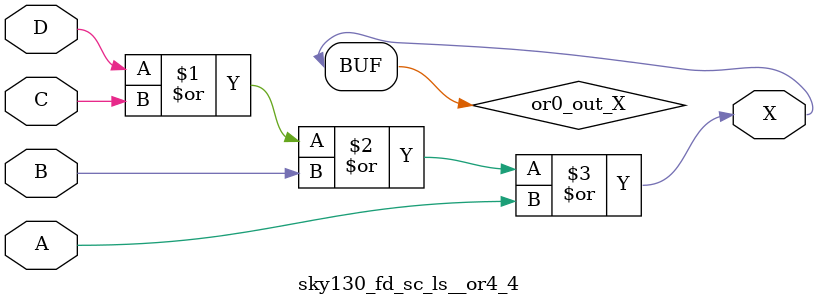
<source format=v>
/*
 * Copyright 2020 The SkyWater PDK Authors
 *
 * Licensed under the Apache License, Version 2.0 (the "License");
 * you may not use this file except in compliance with the License.
 * You may obtain a copy of the License at
 *
 *     https://www.apache.org/licenses/LICENSE-2.0
 *
 * Unless required by applicable law or agreed to in writing, software
 * distributed under the License is distributed on an "AS IS" BASIS,
 * WITHOUT WARRANTIES OR CONDITIONS OF ANY KIND, either express or implied.
 * See the License for the specific language governing permissions and
 * limitations under the License.
 *
 * SPDX-License-Identifier: Apache-2.0
*/


`ifndef SKY130_FD_SC_LS__OR4_4_FUNCTIONAL_V
`define SKY130_FD_SC_LS__OR4_4_FUNCTIONAL_V

/**
 * or4: 4-input OR.
 *
 * Verilog simulation functional model.
 */

`timescale 1ns / 1ps
`default_nettype none

`celldefine
module sky130_fd_sc_ls__or4_4 (
    X,
    A,
    B,
    C,
    D
);

    // Module ports
    output X;
    input  A;
    input  B;
    input  C;
    input  D;

    // Local signals
    wire or0_out_X;

    //  Name  Output     Other arguments
    or  or0  (or0_out_X, D, C, B, A     );
    buf buf0 (X        , or0_out_X      );

endmodule
`endcelldefine

`default_nettype wire
`endif  // SKY130_FD_SC_LS__OR4_4_FUNCTIONAL_V

</source>
